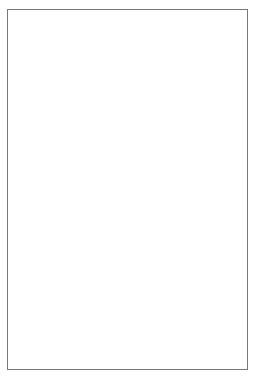
<source format=gbr>
%TF.GenerationSoftware,KiCad,Pcbnew,(5.1.10)-1*%
%TF.CreationDate,2021-09-07T16:08:56+10:00*%
%TF.ProjectId,pannel-overlay,70616e6e-656c-42d6-9f76-65726c61792e,rev?*%
%TF.SameCoordinates,Original*%
%TF.FileFunction,Profile,NP*%
%FSLAX46Y46*%
G04 Gerber Fmt 4.6, Leading zero omitted, Abs format (unit mm)*
G04 Created by KiCad (PCBNEW (5.1.10)-1) date 2021-09-07 16:08:56*
%MOMM*%
%LPD*%
G01*
G04 APERTURE LIST*
%TA.AperFunction,Profile*%
%ADD10C,0.100000*%
%TD*%
G04 APERTURE END LIST*
D10*
X127000000Y-82550000D02*
X106680000Y-82550000D01*
X127000000Y-113030000D02*
X127000000Y-82550000D01*
X106680000Y-113030000D02*
X127000000Y-113030000D01*
X106680000Y-82550000D02*
X106680000Y-113030000D01*
M02*

</source>
